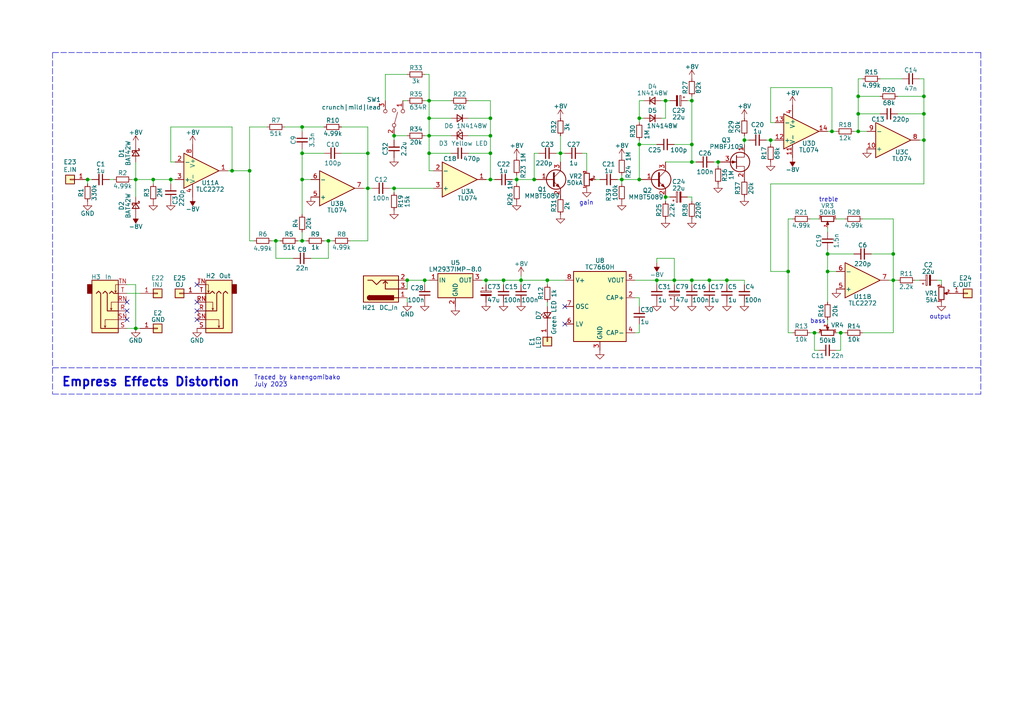
<source format=kicad_sch>
(kicad_sch (version 20230121) (generator eeschema)
  (paper "A4")
  (junction (at 200.66 41.91))
  (junction (at 248.92 33.02))
  (junction (at 193.04 29.21))
  (junction (at 243.84 96.52))
  (junction (at 193.04 57.15))
  (junction (at 154.94 52.07))
  (junction (at 124.46 34.29))
  (junction (at 236.22 96.52))
  (junction (at 87.63 44.45))
  (junction (at 162.56 44.45))
  (junction (at 124.46 39.37))
  (junction (at 267.97 40.64))
  (junction (at 190.5 81.28))
  (junction (at 124.46 29.21))
  (junction (at 210.82 81.28))
  (junction (at 80.01 69.85))
  (junction (at 240.03 78.74))
  (junction (at 240.03 73.66))
  (junction (at 248.92 27.94))
  (junction (at 142.24 34.29))
  (junction (at 228.6 78.74))
  (junction (at 123.19 81.28))
  (junction (at 200.66 29.21))
  (junction (at 151.13 81.28))
  (junction (at 195.58 81.28))
  (junction (at 267.97 33.02))
  (junction (at 124.46 44.45))
  (junction (at 106.68 44.45))
  (junction (at 87.63 52.07))
  (junction (at 241.3 38.1))
  (junction (at 67.31 49.53))
  (junction (at 185.42 34.29))
  (junction (at 142.24 44.45))
  (junction (at 259.08 73.66))
  (junction (at 39.37 95.25))
  (junction (at 158.75 81.28))
  (junction (at 215.9 40.64))
  (junction (at 267.97 27.94))
  (junction (at 142.24 52.07))
  (junction (at 118.11 81.28))
  (junction (at 200.66 46.99))
  (junction (at 49.53 52.07))
  (junction (at 114.3 39.37))
  (junction (at 95.25 69.85))
  (junction (at 149.86 52.07))
  (junction (at 200.66 81.28))
  (junction (at 140.97 81.28))
  (junction (at 223.52 40.64))
  (junction (at 72.39 49.53))
  (junction (at 185.42 52.07))
  (junction (at 114.3 54.61))
  (junction (at 142.24 39.37))
  (junction (at 208.28 46.99))
  (junction (at 146.05 81.28))
  (junction (at 87.63 69.85))
  (junction (at 44.45 52.07))
  (junction (at 25.4 52.07))
  (junction (at 259.08 81.28))
  (junction (at 180.34 52.07))
  (junction (at 39.37 52.07))
  (junction (at 248.92 38.1))
  (junction (at 87.63 36.83))
  (junction (at 205.74 81.28))
  (junction (at 185.42 41.91))
  (junction (at 106.68 54.61))
  (no_connect (at 36.83 90.17))
  (no_connect (at 36.83 92.71))
  (no_connect (at 36.83 87.63))
  (no_connect (at 163.83 93.98))
  (no_connect (at 57.15 87.63))
  (no_connect (at 57.15 90.17))
  (no_connect (at 163.83 88.9))
  (no_connect (at 57.15 82.55))
  (no_connect (at 57.15 92.71))
  (wire (pts (xy 158.75 81.28) (xy 158.75 82.55)))
  (wire (pts (xy 259.08 81.28) (xy 259.08 96.52)))
  (wire (pts (xy 148.59 52.07) (xy 149.86 52.07)))
  (wire (pts (xy 101.6 69.85) (xy 106.68 69.85)))
  (wire (pts (xy 191.77 34.29) (xy 193.04 34.29)))
  (wire (pts (xy 72.39 49.53) (xy 67.31 49.53)))
  (wire (pts (xy 248.92 33.02) (xy 255.27 33.02)))
  (wire (pts (xy 123.19 29.21) (xy 124.46 29.21)))
  (wire (pts (xy 257.81 81.28) (xy 259.08 81.28)))
  (wire (pts (xy 49.53 46.99) (xy 49.53 36.83)))
  (wire (pts (xy 39.37 52.07) (xy 44.45 52.07)))
  (wire (pts (xy 200.66 81.28) (xy 200.66 82.55)))
  (wire (pts (xy 36.83 85.09) (xy 40.64 85.09)))
  (wire (pts (xy 184.15 96.52) (xy 185.42 96.52)))
  (wire (pts (xy 142.24 52.07) (xy 143.51 52.07)))
  (wire (pts (xy 229.87 63.5) (xy 228.6 63.5)))
  (wire (pts (xy 195.58 41.91) (xy 200.66 41.91)))
  (wire (pts (xy 25.4 52.07) (xy 25.4 53.34)))
  (wire (pts (xy 82.55 36.83) (xy 87.63 36.83)))
  (wire (pts (xy 185.42 41.91) (xy 190.5 41.91)))
  (wire (pts (xy 124.46 39.37) (xy 124.46 44.45)))
  (wire (pts (xy 106.68 54.61) (xy 106.68 69.85)))
  (wire (pts (xy 248.92 22.86) (xy 248.92 27.94)))
  (wire (pts (xy 146.05 81.28) (xy 151.13 81.28)))
  (wire (pts (xy 228.6 78.74) (xy 228.6 96.52)))
  (wire (pts (xy 90.17 74.93) (xy 95.25 74.93)))
  (wire (pts (xy 250.19 96.52) (xy 259.08 96.52)))
  (wire (pts (xy 193.04 58.42) (xy 193.04 57.15)))
  (wire (pts (xy 185.42 29.21) (xy 185.42 34.29)))
  (wire (pts (xy 87.63 67.31) (xy 87.63 69.85)))
  (wire (pts (xy 106.68 54.61) (xy 105.41 54.61)))
  (wire (pts (xy 140.97 81.28) (xy 140.97 82.55)))
  (wire (pts (xy 140.97 81.28) (xy 146.05 81.28)))
  (wire (pts (xy 248.92 27.94) (xy 255.27 27.94)))
  (wire (pts (xy 44.45 52.07) (xy 49.53 52.07)))
  (wire (pts (xy 67.31 49.53) (xy 67.31 36.83)))
  (wire (pts (xy 154.94 44.45) (xy 154.94 52.07)))
  (wire (pts (xy 114.3 54.61) (xy 125.73 54.61)))
  (wire (pts (xy 260.35 27.94) (xy 267.97 27.94)))
  (wire (pts (xy 151.13 81.28) (xy 158.75 81.28)))
  (wire (pts (xy 142.24 39.37) (xy 142.24 44.45)))
  (wire (pts (xy 123.19 81.28) (xy 124.46 81.28)))
  (wire (pts (xy 125.73 49.53) (xy 124.46 49.53)))
  (wire (pts (xy 195.58 74.93) (xy 195.58 81.28)))
  (polyline (pts (xy 284.48 114.3) (xy 15.24 114.3)) (stroke (width 0) (type dash)))
  (wire (pts (xy 205.74 81.28) (xy 210.82 81.28)))
  (wire (pts (xy 149.86 52.07) (xy 154.94 52.07)))
  (wire (pts (xy 242.57 96.52) (xy 243.84 96.52)))
  (wire (pts (xy 86.36 69.85) (xy 87.63 69.85)))
  (wire (pts (xy 210.82 81.28) (xy 215.9 81.28)))
  (polyline (pts (xy 284.48 15.24) (xy 15.24 15.24)) (stroke (width 0) (type dash)))
  (wire (pts (xy 72.39 36.83) (xy 77.47 36.83)))
  (wire (pts (xy 215.9 81.28) (xy 215.9 82.55)))
  (wire (pts (xy 266.7 40.64) (xy 267.97 40.64)))
  (wire (pts (xy 161.29 44.45) (xy 162.56 44.45)))
  (wire (pts (xy 114.3 39.37) (xy 118.11 39.37)))
  (wire (pts (xy 39.37 95.25) (xy 40.64 95.25)))
  (wire (pts (xy 205.74 81.28) (xy 205.74 82.55)))
  (wire (pts (xy 223.52 53.34) (xy 267.97 53.34)))
  (wire (pts (xy 191.77 29.21) (xy 193.04 29.21)))
  (wire (pts (xy 95.25 69.85) (xy 96.52 69.85)))
  (wire (pts (xy 116.84 29.21) (xy 118.11 29.21)))
  (wire (pts (xy 118.11 87.63) (xy 118.11 86.36)))
  (wire (pts (xy 87.63 44.45) (xy 87.63 43.18)))
  (wire (pts (xy 39.37 46.99) (xy 39.37 52.07)))
  (wire (pts (xy 49.53 52.07) (xy 50.8 52.07)))
  (wire (pts (xy 80.01 69.85) (xy 80.01 74.93)))
  (wire (pts (xy 240.03 78.74) (xy 240.03 87.63)))
  (wire (pts (xy 190.5 74.93) (xy 195.58 74.93)))
  (wire (pts (xy 260.35 33.02) (xy 267.97 33.02)))
  (wire (pts (xy 243.84 96.52) (xy 245.11 96.52)))
  (wire (pts (xy 190.5 81.28) (xy 190.5 82.55)))
  (wire (pts (xy 242.57 63.5) (xy 245.11 63.5)))
  (wire (pts (xy 223.52 40.64) (xy 224.79 40.64)))
  (wire (pts (xy 72.39 49.53) (xy 72.39 69.85)))
  (wire (pts (xy 222.25 40.64) (xy 223.52 40.64)))
  (wire (pts (xy 248.92 27.94) (xy 248.92 33.02)))
  (wire (pts (xy 118.11 81.28) (xy 123.19 81.28)))
  (wire (pts (xy 179.07 52.07) (xy 180.34 52.07)))
  (wire (pts (xy 87.63 38.1) (xy 87.63 36.83)))
  (wire (pts (xy 99.06 36.83) (xy 106.68 36.83)))
  (wire (pts (xy 236.22 96.52) (xy 237.49 96.52)))
  (wire (pts (xy 267.97 27.94) (xy 267.97 33.02)))
  (wire (pts (xy 190.5 81.28) (xy 195.58 81.28)))
  (wire (pts (xy 170.18 44.45) (xy 170.18 49.53)))
  (wire (pts (xy 223.52 25.4) (xy 241.3 25.4)))
  (wire (pts (xy 156.21 44.45) (xy 154.94 44.45)))
  (wire (pts (xy 185.42 34.29) (xy 185.42 35.56)))
  (wire (pts (xy 135.89 34.29) (xy 142.24 34.29)))
  (wire (pts (xy 265.43 81.28) (xy 266.7 81.28)))
  (wire (pts (xy 72.39 49.53) (xy 72.39 36.83)))
  (wire (pts (xy 200.66 57.15) (xy 200.66 58.42)))
  (wire (pts (xy 248.92 38.1) (xy 247.65 38.1)))
  (wire (pts (xy 72.39 69.85) (xy 73.66 69.85)))
  (wire (pts (xy 106.68 36.83) (xy 106.68 44.45)))
  (wire (pts (xy 124.46 49.53) (xy 124.46 44.45)))
  (wire (pts (xy 223.52 78.74) (xy 228.6 78.74)))
  (wire (pts (xy 236.22 101.6) (xy 236.22 96.52)))
  (wire (pts (xy 162.56 39.37) (xy 162.56 44.45)))
  (wire (pts (xy 190.5 74.93) (xy 190.5 76.2)))
  (wire (pts (xy 114.3 39.37) (xy 114.3 40.64)))
  (wire (pts (xy 124.46 29.21) (xy 130.81 29.21)))
  (wire (pts (xy 248.92 22.86) (xy 250.19 22.86)))
  (wire (pts (xy 93.98 69.85) (xy 95.25 69.85)))
  (wire (pts (xy 215.9 39.37) (xy 215.9 40.64)))
  (wire (pts (xy 38.1 52.07) (xy 39.37 52.07)))
  (wire (pts (xy 200.66 81.28) (xy 205.74 81.28)))
  (wire (pts (xy 215.9 40.64) (xy 217.17 40.64)))
  (wire (pts (xy 223.52 40.64) (xy 223.52 41.91)))
  (polyline (pts (xy 284.48 106.68) (xy 15.24 106.68)) (stroke (width 0) (type dash)))
  (wire (pts (xy 267.97 22.86) (xy 267.97 27.94)))
  (wire (pts (xy 151.13 81.28) (xy 151.13 82.55)))
  (wire (pts (xy 250.19 63.5) (xy 259.08 63.5)))
  (wire (pts (xy 124.46 29.21) (xy 124.46 34.29)))
  (wire (pts (xy 87.63 52.07) (xy 87.63 62.23)))
  (wire (pts (xy 135.89 44.45) (xy 142.24 44.45)))
  (wire (pts (xy 199.39 57.15) (xy 200.66 57.15)))
  (wire (pts (xy 240.03 73.66) (xy 240.03 78.74)))
  (wire (pts (xy 44.45 52.07) (xy 44.45 53.34)))
  (wire (pts (xy 146.05 81.28) (xy 146.05 82.55)))
  (wire (pts (xy 87.63 44.45) (xy 93.98 44.45)))
  (wire (pts (xy 118.11 81.28) (xy 118.11 83.82)))
  (wire (pts (xy 123.19 82.55) (xy 123.19 81.28)))
  (wire (pts (xy 200.66 46.99) (xy 201.93 46.99)))
  (wire (pts (xy 243.84 96.52) (xy 243.84 101.6)))
  (wire (pts (xy 271.78 81.28) (xy 273.05 81.28)))
  (wire (pts (xy 193.04 34.29) (xy 193.04 29.21)))
  (wire (pts (xy 80.01 74.93) (xy 85.09 74.93)))
  (wire (pts (xy 78.74 69.85) (xy 80.01 69.85)))
  (wire (pts (xy 162.56 44.45) (xy 163.83 44.45)))
  (wire (pts (xy 228.6 96.52) (xy 229.87 96.52)))
  (wire (pts (xy 208.28 46.99) (xy 208.28 48.26)))
  (wire (pts (xy 237.49 101.6) (xy 236.22 101.6)))
  (wire (pts (xy 255.27 22.86) (xy 261.62 22.86)))
  (wire (pts (xy 266.7 22.86) (xy 267.97 22.86)))
  (wire (pts (xy 199.39 29.21) (xy 200.66 29.21)))
  (wire (pts (xy 123.19 39.37) (xy 124.46 39.37)))
  (wire (pts (xy 111.76 21.59) (xy 118.11 21.59)))
  (wire (pts (xy 99.06 44.45) (xy 106.68 44.45)))
  (wire (pts (xy 200.66 41.91) (xy 200.66 46.99)))
  (wire (pts (xy 180.34 50.8) (xy 180.34 52.07)))
  (wire (pts (xy 111.76 29.21) (xy 111.76 21.59)))
  (wire (pts (xy 135.89 29.21) (xy 142.24 29.21)))
  (wire (pts (xy 36.83 95.25) (xy 39.37 95.25)))
  (wire (pts (xy 267.97 33.02) (xy 267.97 40.64)))
  (wire (pts (xy 223.52 35.56) (xy 223.52 25.4)))
  (wire (pts (xy 87.63 52.07) (xy 90.17 52.07)))
  (wire (pts (xy 234.95 96.52) (xy 236.22 96.52)))
  (wire (pts (xy 240.03 66.04) (xy 240.03 67.31)))
  (wire (pts (xy 223.52 53.34) (xy 223.52 78.74)))
  (wire (pts (xy 95.25 69.85) (xy 95.25 74.93)))
  (wire (pts (xy 240.03 38.1) (xy 241.3 38.1)))
  (wire (pts (xy 142.24 34.29) (xy 142.24 39.37)))
  (wire (pts (xy 185.42 34.29) (xy 186.69 34.29)))
  (wire (pts (xy 185.42 86.36) (xy 185.42 88.9)))
  (wire (pts (xy 67.31 49.53) (xy 66.04 49.53)))
  (wire (pts (xy 151.13 80.01) (xy 151.13 81.28)))
  (wire (pts (xy 240.03 73.66) (xy 247.65 73.66)))
  (wire (pts (xy 149.86 50.8) (xy 149.86 52.07)))
  (wire (pts (xy 172.72 52.07) (xy 173.99 52.07)))
  (wire (pts (xy 193.04 57.15) (xy 194.31 57.15)))
  (wire (pts (xy 185.42 93.98) (xy 185.42 96.52)))
  (wire (pts (xy 87.63 36.83) (xy 93.98 36.83)))
  (wire (pts (xy 140.97 52.07) (xy 142.24 52.07)))
  (wire (pts (xy 49.53 36.83) (xy 67.31 36.83)))
  (wire (pts (xy 193.04 29.21) (xy 194.31 29.21)))
  (wire (pts (xy 168.91 44.45) (xy 170.18 44.45)))
  (wire (pts (xy 210.82 81.28) (xy 210.82 82.55)))
  (wire (pts (xy 113.03 54.61) (xy 114.3 54.61)))
  (wire (pts (xy 185.42 40.64) (xy 185.42 41.91)))
  (wire (pts (xy 139.7 81.28) (xy 140.97 81.28)))
  (wire (pts (xy 184.15 86.36) (xy 185.42 86.36)))
  (wire (pts (xy 259.08 73.66) (xy 259.08 63.5)))
  (wire (pts (xy 25.4 52.07) (xy 26.67 52.07)))
  (wire (pts (xy 142.24 44.45) (xy 142.24 52.07)))
  (wire (pts (xy 124.46 21.59) (xy 124.46 29.21)))
  (wire (pts (xy 87.63 52.07) (xy 87.63 44.45)))
  (wire (pts (xy 142.24 29.21) (xy 142.24 34.29)))
  (polyline (pts (xy 284.48 15.24) (xy 284.48 114.3)) (stroke (width 0) (type dash)))
  (polyline (pts (xy 15.24 15.24) (xy 15.24 114.3)) (stroke (width 0) (type dash)))
  (wire (pts (xy 31.75 52.07) (xy 33.02 52.07)))
  (wire (pts (xy 273.05 81.28) (xy 273.05 82.55)))
  (wire (pts (xy 124.46 39.37) (xy 130.81 39.37)))
  (wire (pts (xy 234.95 63.5) (xy 237.49 63.5)))
  (wire (pts (xy 123.19 21.59) (xy 124.46 21.59)))
  (wire (pts (xy 36.83 82.55) (xy 39.37 82.55)))
  (wire (pts (xy 228.6 63.5) (xy 228.6 78.74)))
  (wire (pts (xy 195.58 81.28) (xy 200.66 81.28)))
  (wire (pts (xy 180.34 52.07) (xy 180.34 53.34)))
  (wire (pts (xy 185.42 41.91) (xy 185.42 52.07)))
  (wire (pts (xy 124.46 44.45) (xy 130.81 44.45)))
  (wire (pts (xy 215.9 40.64) (xy 215.9 41.91)))
  (wire (pts (xy 158.75 87.63) (xy 158.75 88.9)))
  (wire (pts (xy 248.92 38.1) (xy 251.46 38.1)))
  (wire (pts (xy 242.57 101.6) (xy 243.84 101.6)))
  (wire (pts (xy 241.3 25.4) (xy 241.3 38.1)))
  (wire (pts (xy 124.46 34.29) (xy 130.81 34.29)))
  (wire (pts (xy 240.03 78.74) (xy 242.57 78.74)))
  (wire (pts (xy 240.03 92.71) (xy 240.03 93.98)))
  (wire (pts (xy 259.08 73.66) (xy 259.08 81.28)))
  (wire (pts (xy 158.75 81.28) (xy 163.83 81.28)))
  (wire (pts (xy 114.3 54.61) (xy 114.3 55.88)))
  (wire (pts (xy 200.66 27.94) (xy 200.66 29.21)))
  (wire (pts (xy 39.37 82.55) (xy 39.37 95.25)))
  (wire (pts (xy 180.34 52.07) (xy 185.42 52.07)))
  (wire (pts (xy 241.3 38.1) (xy 242.57 38.1)))
  (wire (pts (xy 106.68 54.61) (xy 107.95 54.61)))
  (wire (pts (xy 49.53 52.07) (xy 49.53 53.34)))
  (wire (pts (xy 240.03 72.39) (xy 240.03 73.66)))
  (wire (pts (xy 149.86 52.07) (xy 149.86 53.34)))
  (wire (pts (xy 162.56 44.45) (xy 162.56 46.99)))
  (wire (pts (xy 124.46 39.37) (xy 124.46 34.29)))
  (wire (pts (xy 195.58 81.28) (xy 195.58 82.55)))
  (wire (pts (xy 252.73 73.66) (xy 259.08 73.66)))
  (wire (pts (xy 224.79 35.56) (xy 223.52 35.56)))
  (wire (pts (xy 248.92 33.02) (xy 248.92 38.1)))
  (wire (pts (xy 80.01 69.85) (xy 81.28 69.85)))
  (wire (pts (xy 50.8 46.99) (xy 49.53 46.99)))
  (wire (pts (xy 106.68 44.45) (xy 106.68 54.61)))
  (wire (pts (xy 87.63 69.85) (xy 88.9 69.85)))
  (wire (pts (xy 207.01 46.99) (xy 208.28 46.99)))
  (wire (pts (xy 200.66 29.21) (xy 200.66 41.91)))
  (wire (pts (xy 135.89 39.37) (xy 142.24 39.37)))
  (wire (pts (xy 193.04 46.99) (xy 200.66 46.99)))
  (wire (pts (xy 267.97 40.64) (xy 267.97 53.34)))
  (wire (pts (xy 184.15 81.28) (xy 190.5 81.28)))
  (wire (pts (xy 259.08 81.28) (xy 260.35 81.28)))
  (wire (pts (xy 186.69 29.21) (xy 185.42 29.21)))
  (wire (pts (xy 39.37 52.07) (xy 39.37 57.15)))
  (text "gain" (at 167.9575 59.69 0) (effects (font (size 1.27 1.27)) (justify left bottom)))
  (text "Empress Effects Distortion" (at 17.78 112.395 0) (effects (font (size 2.54 2.54) (thickness 0.508) bold) (justify left bottom)))
  (text "Traced by kanengomibako\nJuly 2023" (at 73.66 112.395 0) (effects (font (size 1.27 1.27)) (justify left bottom)))
  (text "treble" (at 237.49 58.7375 0) (effects (font (size 1.27 1.27)) (justify left bottom)))
  (text "bass" (at 234.95 93.98 0) (effects (font (size 1.27 1.27)) (justify left bottom)))
  (text "output" (at 269.5575 92.71 0) (effects (font (size 1.27 1.27)) (justify left bottom)))
  (symbol (lib_id "Device:R_Small") (at 262.89 81.28 270) (unit 1)
    (property "Reference" "R11" (at 262.89 79.375 90))
    (property "Value" "2.2k" (at 262.89 83.185 90))
    (property "Footprint" "Resistor_SMD:R_0603_1608Metric" (effects hide))
  )
  (symbol (lib_id "Device:C_Small") (at 87.63 40.64 0) (unit 1)
    (property "Reference" "C9" (at 85.09 40.64 90))
    (property "Value" "3.3n" (at 90.4875 40.64 90))
    (property "Footprint" "Capacitor_SMD:C_0603_1608Metric" (effects hide))
  )
  (symbol (lib_id "power:GND") (at 151.13 87.63 0) (unit 1)
    (property "Reference" "#PWR022" (effects hide))
    (property "Value" "GND" (effects hide))
  )
  (symbol (lib_id "Connector_Generic:Conn_01x01") (at 45.72 85.09 0) (unit 1)
    (property "Reference" "E22" (at 43.815 80.645 0) (effects (justify left)))
    (property "Value" "INJ" (at 44.1325 82.55 0) (effects (justify left)))
    (property "Footprint" "myFoot:my_WirePad_0-8mmDrill" (effects hide))
  )
  (symbol (lib_id "Device:C_Small") (at 166.37 44.45 90) (unit 1)
    (property "Reference" "C27" (at 166.37 41.91 90))
    (property "Value" "1u" (at 166.37 47.3075 90))
    (property "Footprint" "Capacitor_SMD:C_0603_1608Metric" (effects hide))
  )
  (symbol (lib_id "Device:C_Small") (at 204.47 46.99 90) (unit 1)
    (property "Reference" "C26" (at 204.47 44.45 90))
    (property "Value" "100n" (at 204.47 49.8475 90))
    (property "Footprint" "Capacitor_SMD:C_0603_1608Metric" (effects hide))
  )
  (symbol (lib_id "Device:LED_Small") (at 158.75 91.44 90) (unit 1)
    (property "Reference" "D7" (at 156.21 91.44 0))
    (property "Value" "Green LED" (at 160.655 92.075 0))
    (property "Footprint" "LED_SMD:LED_1206_3216Metric" (effects hide))
  )
  (symbol (lib_id "Device:C_Small") (at 193.04 41.91 90) (unit 1)
    (property "Reference" "C25" (at 189.865 43.4975 90))
    (property "Value" "100p" (at 196.85 43.4975 90))
    (property "Footprint" "Capacitor_SMD:C_0603_1608Metric" (effects hide))
  )
  (symbol (lib_id "Device:R_Small") (at 158.75 85.09 180) (unit 1)
    (property "Reference" "R12" (at 156.845 85.09 90))
    (property "Value" "1k" (at 160.655 85.09 90))
    (property "Footprint" "Resistor_SMD:R_0603_1608Metric" (effects hide))
  )
  (symbol (lib_id "power:GND") (at 149.86 58.42 0) (unit 1)
    (property "Reference" "#PWR035" (effects hide))
    (property "Value" "GND" (effects hide))
  )
  (symbol (lib_id "power:-8V") (at 190.5 76.2 180) (unit 1)
    (property "Reference" "#PWR07" (effects hide))
    (property "Value" "-8V" (at 190.5 79.6925 0))
  )
  (symbol (lib_id "Device:R_Small") (at 245.11 38.1 270) (unit 1)
    (property "Reference" "R18" (at 245.11 36.195 90))
    (property "Value" "12k" (at 245.11 40.005 90))
    (property "Footprint" "Resistor_SMD:R_0603_1608Metric" (effects hide))
  )
  (symbol (lib_id "power:GND") (at 57.15 95.25 0) (unit 1)
    (property "Reference" "#PWR025" (effects hide))
    (property "Value" "GND" (at 57.15 98.7425 0))
  )
  (symbol (lib_id "Device:R_Small") (at 232.41 96.52 270) (unit 1)
    (property "Reference" "R13" (at 232.41 94.615 90))
    (property "Value" "10k" (at 232.41 98.425 90))
    (property "Footprint" "Resistor_SMD:R_0603_1608Metric" (effects hide))
  )
  (symbol (lib_id "Device:C_Small") (at 210.82 85.09 180) (unit 1)
    (property "Reference" "C5" (at 212.4075 83.185 0))
    (property "Value" "1u" (at 212.4075 86.995 0))
    (property "Footprint" "Capacitor_SMD:C_0603_1608Metric" (effects hide))
  )
  (symbol (lib_id "Device:C_Small") (at 146.05 52.07 90) (unit 1)
    (property "Reference" "C22" (at 146.05 47.625 90))
    (property "Value" "1u" (at 146.05 49.53 90))
    (property "Footprint" "Capacitor_SMD:C_0603_1608Metric" (effects hide))
  )
  (symbol (lib_id "Device:R_Small") (at 80.01 36.83 270) (unit 1)
    (property "Reference" "R7" (at 80.01 34.925 90))
    (property "Value" "51k" (at 80.01 38.735 90))
    (property "Footprint" "Resistor_SMD:R_0603_1608Metric" (effects hide))
  )
  (symbol (lib_id "Device:Q_NPN_BEC") (at 160.02 52.07 0) (unit 1)
    (property "Reference" "Q1" (at 155.8925 54.9275 0) (effects (justify left)))
    (property "Value" "MMBT5089" (at 152.0825 56.8325 0) (effects (justify left)))
    (property "Footprint" "Package_TO_SOT_SMD:SOT-23" (effects hide))
  )
  (symbol (lib_id "Device:R_Small") (at 185.42 38.1 0) (unit 1)
    (property "Reference" "R30" (at 183.515 38.1 90))
    (property "Value" "1M" (at 187.6425 39.0525 90))
    (property "Footprint" "Resistor_SMD:R_0603_1608Metric" (effects hide))
  )
  (symbol (lib_id "Device:R_Small") (at 252.73 22.86 270) (unit 1)
    (property "Reference" "R15" (at 252.73 20.955 90))
    (property "Value" "4.99k" (at 252.73 24.765 90))
    (property "Footprint" "Resistor_SMD:R_0603_1608Metric" (effects hide))
  )
  (symbol (lib_id "power:GND") (at 200.66 63.5 0) (unit 1)
    (property "Reference" "#PWR044" (effects hide))
    (property "Value" "GND" (effects hide))
  )
  (symbol (lib_id "power:GND") (at 90.17 57.15 0) (unit 1)
    (property "Reference" "#PWR032" (effects hide))
    (property "Value" "GND" (effects hide))
  )
  (symbol (lib_id "Device:R_Potentiometer_Small") (at 170.18 52.07 0) (mirror x) (unit 1)
    (property "Reference" "VR2" (at 167.005 51.1175 0))
    (property "Value" "50kA" (at 166.6875 53.0225 0))
    (property "Footprint" "Connector_PinHeader_2.54mm:PinHeader_1x03_P2.54mm_Vertical" (effects hide))
  )
  (symbol (lib_id "Amplifier_Operational:TL074") (at 97.79 54.61 0) (mirror x) (unit 2)
    (property "Reference" "U3" (at 97.79 59.055 0))
    (property "Value" "TL074" (at 97.79 60.96 0))
    (property "Footprint" "Package_SO:SOIC-14_3.9x8.7mm_P1.27mm" (effects hide))
    (property "Datasheet" "http://www.ti.com/lit/ds/symlink/tl071.pdf" (effects hide))
  )
  (symbol (lib_id "power:GND") (at 210.82 87.63 0) (unit 1)
    (property "Reference" "#PWR019" (effects hide))
    (property "Value" "GND" (effects hide))
  )
  (symbol (lib_id "Regulator_Linear:L7805") (at 132.08 81.28 0) (unit 1)
    (property "Reference" "U5" (at 132.08 76.2 0))
    (property "Value" "LM2937IMP-8.0" (at 132.08 78.105 0))
    (property "Footprint" "Package_TO_SOT_SMD:SOT-223-3_TabPin2" (effects hide))
    (property "Datasheet" "http://www.st.com/content/ccc/resource/technical/document/datasheet/41/4f/b3/b0/12/d4/47/88/CD00000444.pdf/files/CD00000444.pdf/jcr:content/translations/en.CD00000444.pdf" (effects hide))
  )
  (symbol (lib_id "Device:R_Small") (at 149.86 55.88 0) (unit 1)
    (property "Reference" "R26" (at 147.955 57.785 90))
    (property "Value" "1M" (at 147.955 53.6575 90))
    (property "Footprint" "Resistor_SMD:R_0603_1608Metric" (effects hide))
  )
  (symbol (lib_id "power:GND") (at 123.19 87.63 0) (unit 1)
    (property "Reference" "#PWR02" (effects hide))
    (property "Value" "GND" (effects hide))
  )
  (symbol (lib_id "Device:R_Small") (at 96.52 36.83 90) (unit 1)
    (property "Reference" "R10" (at 96.52 34.925 90))
    (property "Value" "4.99k" (at 96.52 38.735 90))
    (property "Footprint" "Resistor_SMD:R_0603_1608Metric" (effects hide))
  )
  (symbol (lib_id "Device:R_Small") (at 91.44 69.85 90) (unit 1)
    (property "Reference" "R9" (at 91.44 67.945 90))
    (property "Value" "1k" (at 91.44 71.755 90))
    (property "Footprint" "Resistor_SMD:R_0603_1608Metric" (effects hide))
  )
  (symbol (lib_id "power:GND") (at 114.3 45.72 0) (unit 1)
    (property "Reference" "#PWR034" (effects hide))
    (property "Value" "GND" (effects hide))
  )
  (symbol (lib_id "Device:R_Small") (at 180.34 48.26 0) (unit 1)
    (property "Reference" "R24" (at 182.245 49.8475 90))
    (property "Value" "1M" (at 182.245 45.4025 90))
    (property "Footprint" "Resistor_SMD:R_0603_1608Metric" (effects hide))
  )
  (symbol (lib_id "power:GND") (at 205.74 87.63 0) (unit 1)
    (property "Reference" "#PWR014" (effects hide))
    (property "Value" "GND" (effects hide))
  )
  (symbol (lib_id "power:GND") (at 173.99 101.6 0) (unit 1)
    (property "Reference" "#PWR010" (effects hide))
    (property "Value" "GND" (effects hide))
  )
  (symbol (lib_id "power:GND") (at 242.57 83.82 0) (unit 1)
    (property "Reference" "#PWR050" (effects hide))
    (property "Value" "GND" (effects hide))
  )
  (symbol (lib_id "power:+8V") (at 39.37 41.91 0) (unit 1)
    (property "Reference" "#PWR030" (effects hide))
    (property "Value" "+8V" (at 39.37 38.4175 0))
  )
  (symbol (lib_id "Connector_Audio:AudioJack3_Switch") (at 31.75 90.17 0) (mirror x) (unit 1)
    (property "Reference" "H3" (at 29.21 80.3275 0) (effects (justify right)))
    (property "Value" "In" (at 32.385 80.3275 0) (effects (justify right)))
    (property "Footprint" "Connector_Audio:Jack_6.35mm_Neutrik_NMJ6HCD3_Horizontal" (effects hide))
  )
  (symbol (lib_id "Device:R_Small") (at 87.63 64.77 0) (unit 1)
    (property "Reference" "R4" (at 85.725 64.77 90))
    (property "Value" "20k" (at 89.535 64.77 90))
    (property "Footprint" "Resistor_SMD:R_0603_1608Metric" (effects hide))
  )
  (symbol (lib_id "Connector_Generic:Conn_01x01") (at 158.75 99.06 270) (unit 1)
    (property "Reference" "E1" (at 154.305 97.79 0) (effects (justify left)))
    (property "Value" "LED" (at 156.21 97.4725 0) (effects (justify left)))
    (property "Footprint" "myFoot:my_WirePad_0-8mmDrill" (effects hide))
  )
  (symbol (lib_id "Amplifier_Operational:TL072") (at 250.19 81.28 0) (mirror x) (unit 2)
    (property "Reference" "U11" (at 250.19 86.0425 0))
    (property "Value" "TLC2272" (at 250.19 87.9475 0))
    (property "Footprint" "Package_SO:SOIC-8_3.9x4.9mm_P1.27mm" (effects hide))
    (property "Datasheet" "http://www.ti.com/lit/ds/symlink/tl071.pdf" (effects hide))
  )
  (symbol (lib_id "Device:R_Small") (at 35.56 52.07 270) (unit 1)
    (property "Reference" "R2" (at 35.56 50.165 90))
    (property "Value" "4.99k" (at 35.56 53.975 90))
    (property "Footprint" "Resistor_SMD:R_0603_1608Metric" (effects hide))
  )
  (symbol (lib_id "Device:R_Potentiometer_Small") (at 240.03 96.52 270) (mirror x) (unit 1)
    (property "Reference" "VR4" (at 242.8875 94.2975 90))
    (property "Value" "50kB" (at 240.03 98.7425 90))
    (property "Footprint" "Connector_PinHeader_2.54mm:PinHeader_1x03_P2.54mm_Vertical" (effects hide))
  )
  (symbol (lib_id "Device:C_Small") (at 240.03 69.85 0) (unit 1)
    (property "Reference" "C19" (at 237.49 69.85 90))
    (property "Value" "1.5n" (at 242.57 69.85 90))
    (property "Footprint" "Capacitor_SMD:C_0603_1608Metric" (effects hide))
  )
  (symbol (lib_id "power:-8V") (at 39.37 62.23 180) (unit 1)
    (property "Reference" "#PWR031" (effects hide))
    (property "Value" "-8V" (at 39.37 65.7225 0))
  )
  (symbol (lib_id "Device:R_Small") (at 120.65 21.59 270) (unit 1)
    (property "Reference" "R33" (at 120.65 19.685 90))
    (property "Value" "3k" (at 120.65 23.495 90))
    (property "Footprint" "Resistor_SMD:R_0603_1608Metric" (effects hide))
  )
  (symbol (lib_id "Device:R_Small") (at 99.06 69.85 270) (unit 1)
    (property "Reference" "R8" (at 99.06 67.945 90))
    (property "Value" "4.99k" (at 99.06 71.755 90))
    (property "Footprint" "Resistor_SMD:R_0603_1608Metric" (effects hide))
  )
  (symbol (lib_id "Amplifier_Operational:TL072") (at 58.42 49.53 0) (mirror x) (unit 1)
    (property "Reference" "U11" (at 60.96 53.0225 0))
    (property "Value" "TLC2272" (at 60.96 54.9275 0))
    (property "Footprint" "Package_SO:SOIC-8_3.9x4.9mm_P1.27mm" (effects hide))
    (property "Datasheet" "http://www.ti.com/lit/ds/symlink/tl071.pdf" (effects hide))
  )
  (symbol (lib_id "Device:R_Small") (at 133.35 29.21 270) (unit 1)
    (property "Reference" "R22" (at 133.35 27.305 90))
    (property "Value" "20k" (at 133.35 31.115 90))
    (property "Footprint" "Resistor_SMD:R_0603_1608Metric" (effects hide))
  )
  (symbol (lib_id "power:GND") (at 140.97 87.63 0) (unit 1)
    (property "Reference" "#PWR08" (effects hide))
    (property "Value" "GND" (effects hide))
  )
  (symbol (lib_id "Device:C_Small") (at 151.13 85.09 180) (unit 1)
    (property "Reference" "C7" (at 152.7175 83.185 0))
    (property "Value" "100n" (at 153.67 86.995 0))
    (property "Footprint" "Capacitor_SMD:C_0603_1608Metric" (effects hide))
  )
  (symbol (lib_id "power:GND") (at 146.05 87.63 0) (unit 1)
    (property "Reference" "#PWR021" (effects hide))
    (property "Value" "GND" (effects hide))
  )
  (symbol (lib_id "power:GND") (at 273.05 87.63 0) (unit 1)
    (property "Reference" "#PWR051" (effects hide))
    (property "Value" "GND" (effects hide))
  )
  (symbol (lib_id "Device:C_Polarized_Small") (at 140.97 85.09 0) (unit 1)
    (property "Reference" "C73" (at 141.2875 83.185 0) (effects (justify left)))
    (property "Value" "47u" (at 141.2875 86.995 0) (effects (justify left)))
    (property "Footprint" "Capacitor_Tantalum_SMD:CP_EIA-6032-15_Kemet-U" (effects hide))
  )
  (symbol (lib_id "power:-8V") (at 229.87 45.72 180) (unit 1)
    (property "Reference" "#PWR018" (effects hide))
    (property "Value" "-8V" (at 229.87 49.2125 0))
  )
  (symbol (lib_id "power:+8V") (at 149.86 45.72 0) (unit 1)
    (property "Reference" "#PWR036" (effects hide))
    (property "Value" "+8V" (at 149.86 42.2275 0))
  )
  (symbol (lib_id "Regulator_SwitchedCapacitor:ICL7660") (at 173.99 88.9 0) (unit 1)
    (property "Reference" "U8" (at 173.99 75.565 0))
    (property "Value" "TC7660H" (at 173.99 77.47 0))
    (property "Footprint" "Package_SO:SOIC-8_3.9x4.9mm_P1.27mm" (effects hide))
    (property "Datasheet" "http://datasheets.maximintegrated.com/en/ds/ICL7660-MAX1044.pdf" (effects hide))
  )
  (symbol (lib_id "Device:R_Small") (at 162.56 36.83 0) (unit 1)
    (property "Reference" "R32" (at 160.655 36.83 90))
    (property "Value" "3k" (at 164.465 36.83 90))
    (property "Footprint" "Resistor_SMD:R_0603_1608Metric" (effects hide))
  )
  (symbol (lib_id "power:GND") (at 200.66 87.63 0) (unit 1)
    (property "Reference" "#PWR013" (effects hide))
    (property "Value" "GND" (effects hide))
  )
  (symbol (lib_id "Device:D_Small") (at 189.23 34.29 180) (unit 1)
    (property "Reference" "D5" (at 189.23 32.0675 0))
    (property "Value" "1N4148W" (at 192.0875 36.5125 0))
    (property "Footprint" "Diode_SMD:D_SOD-123" (effects hide))
  )
  (symbol (lib_id "power:GND") (at 170.18 54.61 0) (unit 1)
    (property "Reference" "#PWR039" (effects hide))
    (property "Value" "GND" (effects hide))
  )
  (symbol (lib_id "power:GND") (at 39.37 95.25 0) (unit 1)
    (property "Reference" "#PWR024" (effects hide))
    (property "Value" "GND" (at 39.37 98.7425 0))
  )
  (symbol (lib_id "power:-8V") (at 55.88 57.15 180) (unit 1)
    (property "Reference" "#PWR017" (effects hide))
    (property "Value" "-8V" (at 55.88 60.6425 0))
  )
  (symbol (lib_id "Device:C_Small") (at 146.05 85.09 180) (unit 1)
    (property "Reference" "C15" (at 148.2725 83.185 0))
    (property "Value" "100n" (at 148.59 86.995 0))
    (property "Footprint" "Capacitor_SMD:C_0603_1608Metric" (effects hide))
  )
  (symbol (lib_id "power:+8V") (at 215.9 34.29 0) (unit 1)
    (property "Reference" "#PWR047" (effects hide))
    (property "Value" "+8V" (at 215.9 30.7975 0))
  )
  (symbol (lib_id "power:GND") (at 162.56 62.23 0) (unit 1)
    (property "Reference" "#PWR038" (effects hide))
    (property "Value" "GND" (effects hide))
  )
  (symbol (lib_id "power:GND") (at 215.9 87.63 0) (unit 1)
    (property "Reference" "#PWR020" (effects hide))
    (property "Value" "GND" (effects hide))
  )
  (symbol (lib_id "power:+8V") (at 200.66 22.86 0) (unit 1)
    (property "Reference" "#PWR043" (effects hide))
    (property "Value" "+8V" (at 200.66 19.3675 0))
  )
  (symbol (lib_id "Device:C_Polarized_Small") (at 196.85 57.15 90) (unit 1)
    (property "Reference" "C24" (at 196.85 52.705 90))
    (property "Value" "22u" (at 196.85 54.61 90))
    (property "Footprint" "Capacitor_SMD:CP_Elec_5x4.5" (effects hide))
  )
  (symbol (lib_id "Device:R_Small") (at 149.86 48.26 0) (unit 1)
    (property "Reference" "R23" (at 151.765 49.8475 90))
    (property "Value" "1M" (at 151.765 45.72 90))
    (property "Footprint" "Resistor_SMD:R_0603_1608Metric" (effects hide))
  )
  (symbol (lib_id "Device:C_Small") (at 200.66 85.09 180) (unit 1)
    (property "Reference" "C16" (at 202.8825 83.185 0))
    (property "Value" "100n" (at 203.2 86.995 0))
    (property "Footprint" "Capacitor_SMD:C_0603_1608Metric" (effects hide))
  )
  (symbol (lib_id "Device:C_Small") (at 205.74 85.09 180) (unit 1)
    (property "Reference" "C17" (at 207.9625 83.185 0))
    (property "Value" "1u" (at 207.3275 86.995 0))
    (property "Footprint" "Capacitor_SMD:C_0603_1608Metric" (effects hide))
  )
  (symbol (lib_id "power:+8V") (at 180.34 45.72 0) (unit 1)
    (property "Reference" "#PWR041" (effects hide))
    (property "Value" "+8V" (at 180.34 42.2275 0))
  )
  (symbol (lib_id "power:GND") (at 44.45 58.42 0) (unit 1)
    (property "Reference" "#PWR028" (effects hide))
    (property "Value" "GND" (effects hide))
  )
  (symbol (lib_id "Connector_Generic:Conn_01x01") (at 280.67 85.09 0) (unit 1)
    (property "Reference" "E24" (at 278.13 80.645 0) (effects (justify left)))
    (property "Value" "E.OUT" (at 276.225 82.55 0) (effects (justify left)))
    (property "Footprint" "myFoot:my_WirePad_0-8mmDrill" (effects hide))
  )
  (symbol (lib_id "Device:R_Small") (at 247.65 63.5 270) (unit 1)
    (property "Reference" "R28" (at 247.65 61.595 90))
    (property "Value" "4.99k" (at 247.65 65.405 90))
    (property "Footprint" "Resistor_SMD:R_0603_1608Metric" (effects hide))
  )
  (symbol (lib_id "Device:R_Small") (at 232.41 63.5 270) (unit 1)
    (property "Reference" "R21" (at 232.41 61.595 90))
    (property "Value" "4.99k" (at 232.41 65.405 90))
    (property "Footprint" "Resistor_SMD:R_0603_1608Metric" (effects hide))
  )
  (symbol (lib_id "Device:C_Small") (at 257.81 33.02 90) (unit 1)
    (property "Reference" "C13" (at 254.635 34.6075 90))
    (property "Value" "220p" (at 261.3025 34.6075 90))
    (property "Footprint" "Capacitor_SMD:C_0603_1608Metric" (effects hide))
  )
  (symbol (lib_id "Device:C_Small") (at 176.53 52.07 90) (unit 1)
    (property "Reference" "C21" (at 176.53 47.625 90))
    (property "Value" "1u" (at 176.53 49.53 90))
    (property "Footprint" "Capacitor_SMD:C_0603_1608Metric" (effects hide))
  )
  (symbol (lib_id "Device:C_Polarized_Small") (at 269.24 81.28 90) (unit 1)
    (property "Reference" "C2" (at 269.24 76.835 90))
    (property "Value" "22u" (at 269.24 78.74 90))
    (property "Footprint" "Capacitor_SMD:CP_Elec_5x4.5" (effects hide))
  )
  (symbol (lib_id "Device:Q_NPN_BEC") (at 190.5 52.07 0) (unit 1)
    (property "Reference" "Q2" (at 186.3725 55.245 0) (effects (justify left)))
    (property "Value" "MMBT5089" (at 182.245 57.15 0) (effects (justify left)))
    (property "Footprint" "Package_TO_SOT_SMD:SOT-23" (effects hide))
  )
  (symbol (lib_id "power:GND") (at 251.46 43.18 0) (unit 1)
    (property "Reference" "#PWR049" (effects hide))
    (property "Value" "GND" (effects hide))
  )
  (symbol (lib_id "Device:LED_Small") (at 133.35 39.37 0) (unit 1)
    (property "Reference" "D3" (at 128.5875 41.5925 0))
    (property "Value" "Yellow LED" (at 136.2075 41.5925 0))
    (property "Footprint" "LED_SMD:LED_1206_3216Metric" (effects hide))
  )
  (symbol (lib_id "power:GND") (at 190.5 87.63 0) (unit 1)
    (property "Reference" "#PWR011" (effects hide))
    (property "Value" "GND" (effects hide))
  )
  (symbol (lib_id "Device:R_Small") (at 215.9 36.83 0) (unit 1)
    (property "Reference" "R29" (at 212.09 36.83 90))
    (property "Value" "20k" (at 213.995 36.83 90))
    (property "Footprint" "Resistor_SMD:R_0603_1608Metric" (effects hide))
  )
  (symbol (lib_id "Device:D_Schottky_Small") (at 39.37 44.45 270) (unit 1)
    (property "Reference" "D1" (at 35.2425 44.45 0))
    (property "Value" "BAT42W" (at 37.1475 44.45 0))
    (property "Footprint" "Diode_SMD:D_SOD-123" (effects hide))
  )
  (symbol (lib_id "Device:R_Small") (at 200.66 25.4 0) (unit 1)
    (property "Reference" "R27" (at 198.755 25.4 90))
    (property "Value" "82k" (at 202.565 25.4 90))
    (property "Footprint" "Resistor_SMD:R_0603_1608Metric" (effects hide))
  )
  (symbol (lib_id "Device:D_Small") (at 133.35 34.29 180) (unit 1)
    (property "Reference" "D6" (at 130.175 36.5125 0))
    (property "Value" "1N4148W" (at 136.8425 36.5125 0))
    (property "Footprint" "Diode_SMD:D_SOD-123" (effects hide))
  )
  (symbol (lib_id "Device:R_Small") (at 208.28 50.8 0) (unit 1)
    (property "Reference" "R36" (at 210.185 50.8 90))
    (property "Value" "1M" (at 212.09 50.8 90))
    (property "Footprint" "Resistor_SMD:R_0603_1608Metric" (effects hide))
  )
  (symbol (lib_id "Device:R_Small") (at 200.66 60.96 0) (unit 1)
    (property "Reference" "R38" (at 198.755 60.96 90))
    (property "Value" "220R" (at 202.565 60.96 90))
    (property "Footprint" "Resistor_SMD:R_0603_1608Metric" (effects hide))
  )
  (symbol (lib_id "power:+8V") (at 55.88 41.91 0) (unit 1)
    (property "Reference" "#PWR015" (effects hide))
    (property "Value" "+8V" (at 55.88 38.4175 0))
  )
  (symbol (lib_id "power:+8V") (at 151.13 80.01 0) (unit 1)
    (property "Reference" "#PWR06" (effects hide))
    (property "Value" "+8V" (at 151.13 76.5175 0))
  )
  (symbol (lib_id "Device:R_Small") (at 247.65 96.52 270) (unit 1)
    (property "Reference" "R14" (at 247.65 94.615 90))
    (property "Value" "10k" (at 247.65 98.425 90))
    (property "Footprint" "Resistor_SMD:R_0603_1608Metric" (effects hide))
  )
  (symbol (lib_id "power:GND") (at 208.28 53.34 0) (unit 1)
    (property "Reference" "#PWR045" (effects hide))
    (property "Value" "GND" (effects hide))
  )
  (symbol (lib_id "power:GND") (at 49.53 58.42 0) (unit 1)
    (property "Reference" "#PWR029" (effects hide))
    (property "Value" "GND" (effects hide))
  )
  (symbol (lib_id "Device:R_Small") (at 257.81 27.94 270) (unit 1)
    (property "Reference" "R20" (at 257.81 26.035 90))
    (property "Value" "68k" (at 257.81 29.845 90))
    (property "Footprint" "Resistor_SMD:R_0603_1608Metric" (effects hide))
  )
  (symbol (lib_id "Device:C_Polarized_Small") (at 196.85 29.21 270) (unit 1)
    (property "Reference" "C29" (at 196.85 32.0675 90))
    (property "Value" "22u" (at 196.85 33.9725 90))
    (property "Footprint" "Capacitor_SMD:CP_Elec_5x4.5" (effects hide))
  )
  (symbol (lib_id "power:GND") (at 195.58 87.63 0) (unit 1)
    (property "Reference" "#PWR012" (effects hide))
    (property "Value" "GND" (effects hide))
  )
  (symbol (lib_id "power:GND") (at 114.3 60.96 0) (unit 1)
    (property "Reference" "#PWR033" (effects hide))
    (property "Value" "GND" (effects hide))
  )
  (symbol (lib_id "Connector_Generic:Conn_01x01") (at 20.32 52.07 180) (unit 1)
    (property "Reference" "E23" (at 20.32 46.99 0))
    (property "Value" "E.IN" (at 20.32 49.2125 0))
    (property "Footprint" "myFoot:my_WirePad_0-8mmDrill" (effects hide))
  )
  (symbol (lib_id "Device:R_Small") (at 240.03 90.17 180) (unit 1)
    (property "Reference" "R16" (at 238.125 90.17 90))
    (property "Value" "20k" (at 242.2525 90.17 90))
    (property "Footprint" "Resistor_SMD:R_0603_1608Metric" (effects hide))
  )
  (symbol (lib_id "Device:C_Small") (at 114.3 43.18 180) (unit 1)
    (property "Reference" "C32" (at 111.76 43.18 90))
    (property "Value" "2.2u" (at 117.1575 43.18 90))
    (property "Footprint" "Capacitor_SMD:C_0603_1608Metric" (effects hide))
  )
  (symbol (lib_id "power:GND") (at 223.52 46.99 0) (unit 1)
    (property "Reference" "#PWR048" (effects hide))
    (property "Value" "GND" (effects hide))
  )
  (symbol (lib_id "power:GND") (at 25.4 58.42 0) (unit 1)
    (property "Reference" "#PWR04" (effects hide))
    (property "Value" "GND" (at 25.4 61.9125 0))
  )
  (symbol (lib_id "Device:C_Small") (at 219.71 40.64 90) (unit 1)
    (property "Reference" "C20" (at 219.71 36.195 90))
    (property "Value" "1u" (at 219.71 38.1 90))
    (property "Footprint" "Capacitor_SMD:C_0603_1608Metric" (effects hide))
  )
  (symbol (lib_id "Device:R_Small") (at 120.65 39.37 270) (unit 1)
    (property "Reference" "R34" (at 120.65 37.465 90))
    (property "Value" "20k" (at 120.65 41.275 90))
    (property "Footprint" "Resistor_SMD:R_0603_1608Metric" (effects hide))
  )
  (symbol (lib_id "Connector_Generic:Conn_01x01") (at 45.72 95.25 0) (unit 1)
    (property "Reference" "E2" (at 44.45 90.805 0) (effects (justify left)))
    (property "Value" "GND" (at 43.815 92.71 0) (effects (justify left)))
    (property "Footprint" "myFoot:my_WirePad_0-8mmDrill" (effects hide))
  )
  (symbol (lib_id "Device:C_Small") (at 49.53 55.88 180) (unit 1)
    (property "Reference" "C3" (at 50.8 58.1025 90))
    (property "Value" "220p" (at 52.705 57.4675 90))
    (property "Footprint" "Capacitor_SMD:C_0603_1608Metric" (effects hide))
  )
  (symbol (lib_id "Device:R_Small") (at 180.34 55.88 0) (unit 1)
    (property "Reference" "R39" (at 176.53 56.515 90))
    (property "Value" "100k" (at 178.435 55.88 90))
    (property "Footprint" "Resistor_SMD:R_0603_1608Metric" (effects hide))
  )
  (symbol (lib_id "Amplifier_Operational:TL074") (at 259.08 40.64 0) (mirror x) (unit 3)
    (property "Reference" "U3" (at 261.62 44.1325 0))
    (property "Value" "TL074" (at 261.62 46.0375 0))
    (property "Footprint" "Package_SO:SOIC-14_3.9x8.7mm_P1.27mm" (effects hide))
    (property "Datasheet" "http://www.ti.com/lit/ds/symlink/tl071.pdf" (effects hide))
  )
  (symbol (lib_id "Device:R_Potentiometer_Small") (at 273.05 85.09 0) (mirror x) (unit 1)
    (property "Reference" "VR1" (at 270.1925 85.09 0))
    (property "Value" "5kA" (at 270.1925 86.995 0))
    (property "Footprint" "Connector_PinHeader_2.54mm:PinHeader_1x03_P2.54mm_Vertical" (effects hide))
  )
  (symbol (lib_id "power:GND") (at 215.9 57.15 0) (unit 1)
    (property "Reference" "#PWR046" (effects hide))
    (property "Value" "GND" (effects hide))
  )
  (symbol (lib_id "power:GND") (at 193.04 63.5 0) (unit 1)
    (property "Reference" "#PWR042" (effects hide))
    (property "Value" "GND" (effects hide))
  )
  (symbol (lib_id "Device:R_Small") (at 223.52 44.45 0) (unit 1)
    (property "Reference" "R17" (at 221.615 44.45 90))
    (property "Value" "68k" (at 225.425 44.45 90))
    (property "Footprint" "Resistor_SMD:R_0603_1608Metric" (effects hide))
  )
  (symbol (lib_id "power:GND") (at 132.08 88.9 0) (unit 1)
    (property "Reference" "#PWR01" (effects hide))
    (property "Value" "GND" (effects hide))
  )
  (symbol (lib_id "Device:C_Small") (at 264.16 22.86 270) (unit 1)
    (property "Reference" "C14" (at 264.16 20.32 90))
    (property "Value" "47n" (at 264.16 25.7175 90))
    (property "Footprint" "Capacitor_SMD:C_0603_1608Metric" (effects hide))
  )
  (symbol (lib_id "Connector_Generic:Conn_01x01") (at 52.07 85.09 180) (unit 1)
    (property "Reference" "E25" (at 52.07 80.645 0))
    (property "Value" "OJ" (at 52.07 82.55 0))
    (property "Footprint" "myFoot:my_WirePad_0-8mmDrill" (effects hide))
  )
  (symbol (lib_id "Device:C_Small") (at 96.52 44.45 90) (unit 1)
    (property "Reference" "C10" (at 96.52 41.91 90))
    (property "Value" "100p" (at 96.52 47.3075 90))
    (property "Footprint" "Capacitor_SMD:C_0603_1608Metric" (effects hide))
  )
  (symbol (lib_id "Switch:SW_SPDT_MSM") (at 114.3 34.29 270) (mirror x) (unit 1)
    (property "Reference" "SW1" (at 110.49 28.8925 90) (effects (justify right)))
    (property "Value" "crunch|mild|lead" (at 110.49 31.115 90) (effects (justify right)))
    (property "Footprint" "Connector_PinHeader_2.54mm:PinHeader_1x03_P2.54mm_Vertical" (effects hide))
  )
  (symbol (lib_id "Device:C_Small") (at 158.75 44.45 90) (unit 1)
    (property "Reference" "C23" (at 158.75 41.91 90))
    (property "Value" "220p" (at 157.7975 47.3075 90))
    (property "Footprint" "Capacitor_SMD:C_0603_1608Metric" (effects hide))
  )
  (symbol (lib_id "Device:C_Small") (at 190.5 85.09 180) (unit 1)
    (property "Reference" "C31" (at 192.7225 83.185 0))
    (property "Value" "1u" (at 192.0875 86.995 0))
    (property "Footprint" "Capacitor_SMD:C_0603_1608Metric" (effects hide))
  )
  (symbol (lib_id "Device:R_Small") (at 44.45 55.88 0) (unit 1)
    (property "Reference" "R3" (at 42.545 55.88 90))
    (property "Value" "2M" (at 46.355 55.88 90))
    (property "Footprint" "Resistor_SMD:R_0603_1608Metric" (effects hide))
  )
  (symbol (lib_id "Device:C_Small") (at 215.9 85.09 180) (unit 1)
    (property "Reference" "C4" (at 217.4875 83.185 0))
    (property "Value" "100n" (at 218.44 86.995 0))
    (property "Footprint" "Capacitor_SMD:C_0603_1608Metric" (effects hide))
  )
  (symbol (lib_id "power:GND") (at 180.34 58.42 0) (unit 1)
    (property "Reference" "#PWR040" (effects hide))
    (property "Value" "GND" (effects hide))
  )
  (symbol (lib_id "Device:R_Small") (at 120.65 29.21 270) (unit 1)
    (property "Reference" "R35" (at 120.65 27.305 90))
    (property "Value" "634R" (at 121.285 31.115 90))
    (property "Footprint" "Resistor_SMD:R_0603_1608Metric" (effects hide))
  )
  (symbol (lib_id "Device:C_Small") (at 133.35 44.45 90) (unit 1)
    (property "Reference" "C18" (at 130.4925 46.0375 90))
    (property "Value" "470p" (at 134.3025 46.0375 90) (effects (justify right)))
    (property "Footprint" "Capacitor_SMD:C_0603_1608Metric" (effects hide))
  )
  (symbol (lib_id "Device:C_Small") (at 240.03 101.6 90) (unit 1)
    (property "Reference" "C11" (at 237.1725 103.1875 90))
    (property "Value" "22n" (at 242.8875 103.1875 90))
    (property "Footprint" "Capacitor_SMD:C_0603_1608Metric" (effects hide))
  )
  (symbol (lib_id "Amplifier_Operational:TL072") (at 58.42 49.53 0) (unit 3)
    (property "Reference" "U11" (effects hide))
    (property "Value" "TLC2272" (effects hide))
    (property "Footprint" "Package_SO:SOIC-8_3.9x4.9mm_P1.27mm" (effects hide))
    (property "Datasheet" "http://www.ti.com/lit/ds/symlink/tl071.pdf" (effects hide))
  )
  (symbol (lib_id "Connector:Barrel_Jack_Switch") (at 110.49 83.82 0) (mirror x) (unit 1)
    (property "Reference" "H21" (at 106.9975 89.2175 0))
    (property "Value" "DC_In" (at 112.7125 89.2175 0))
    (property "Footprint" "Connector_BarrelJack:BarrelJack_CLIFF_FC681465S_SMT_Horizontal" (effects hide))
  )
  (symbol (lib_id "power:+8V") (at 162.56 34.29 0) (unit 1)
    (property "Reference" "#PWR037" (effects hide))
    (property "Value" "+8V" (at 162.56 30.7975 0))
  )
  (symbol (lib_id "Device:C_Small") (at 110.49 54.61 90) (unit 1)
    (property "Reference" "C12" (at 110.49 52.07 90))
    (property "Value" "100n" (at 110.49 57.4675 90))
    (property "Footprint" "Capacitor_SMD:C_0603_1608Metric" (effects hide))
  )
  (symbol (lib_id "Connector_Audio:AudioJack3_Switch") (at 62.23 90.17 180) (unit 1)
    (property "Reference" "H2" (at 59.69 80.01 0) (effects (justify right)))
    (property "Value" "Out" (at 63.5 80.01 0) (effects (justify right)))
    (property "Footprint" "Connector_Audio:Jack_6.35mm_Neutrik_NMJ6HCD3_Horizontal" (effects hide))
  )
  (symbol (lib_id "Device:D_Schottky_Small") (at 39.37 59.69 270) (unit 1)
    (property "Reference" "D2" (at 35.2425 59.69 0))
    (property "Value" "BAT42W" (at 37.1475 59.69 0))
    (property "Footprint" "Diode_SMD:D_SOD-123" (effects hide))
  )
  (symbol (lib_id "Amplifier_Operational:TL074") (at 232.41 38.1 0) (mirror x) (unit 4)
    (property "Reference" "U3" (at 234.6325 41.5925 0))
    (property "Value" "TL074" (at 234.6325 43.4975 0))
    (property "Footprint" "Package_SO:SOIC-14_3.9x8.7mm_P1.27mm" (effects hide))
    (property "Datasheet" "http://www.ti.com/lit/ds/symlink/tl071.pdf" (effects hide))
  )
  (symbol (lib_id "Device:C_Small") (at 87.63 74.93 90) (unit 1)
    (property "Reference" "C8" (at 87.63 72.39 90))
    (property "Value" "22n" (at 87.63 77.7875 90))
    (property "Footprint" "Capacitor_SMD:C_0603_1608Metric" (effects hide))
  )
  (symbol (lib_id "Device:R_Small") (at 25.4 55.88 0) (unit 1)
    (property "Reference" "R1" (at 23.495 55.88 90))
    (property "Value" "330k" (at 27.305 55.88 90))
    (property "Footprint" "Resistor_SMD:R_0603_1608Metric" (effects hide))
  )
  (symbol (lib_id "Device:C_Small") (at 29.21 52.07 270) (unit 1)
    (property "Reference" "C1" (at 29.21 47.625 90))
    (property "Value" "1u" (at 29.21 49.53 90))
    (property "Footprint" "Capacitor_SMD:C_0603_1608Metric" (effects hide))
  )
  (symbol (lib_id "Device:C_Small") (at 123.19 85.09 180) (unit 1)
    (property "Reference" "C28" (at 120.9675 83.5025 0))
    (property "Value" "100n" (at 120.65 86.995 0))
    (property "Footprint" "Capacitor_SMD:C_0603_1608Metric" (effects hide))
  )
  (symbol (lib_id "Amplifier_Operational:TL074") (at 232.41 38.1 0) (unit 5)
    (property "Reference" "U3" (effects hide))
    (property "Value" "TL074" (effects hide))
    (property "Footprint" "Package_SO:SOIC-14_3.9x8.7mm_P1.27mm" (effects hide))
    (property "Datasheet" "http://www.ti.com/lit/ds/symlink/tl071.pdf" (effects hide))
  )
  (symbol (lib_id "Device:D_Small") (at 189.23 29.21 0) (unit 1)
    (property "Reference" "D4" (at 189.23 25.0825 0))
    (property "Value" "1N4148W" (at 189.23 26.9875 0))
    (property "Footprint" "Diode_SMD:D_SOD-123" (effects hide))
  )
  (symbol (lib_id "Device:C_Small") (at 250.19 73.66 90) (unit 1)
    (property "Reference" "C6" (at 250.19 71.12 90))
    (property "Value" "220p" (at 250.19 76.5175 90))
    (property "Footprint" "Capacitor_SMD:C_0603_1608Metric" (effects hide))
  )
  (symbol (lib_id "Device:C_Small") (at 185.42 91.44 180) (unit 1)
    (property "Reference" "C30" (at 187.6425 89.8525 0))
    (property "Value" "1u" (at 187.0075 93.345 0))
    (property "Footprint" "Capacitor_SMD:C_0603_1608Metric" (effects hide))
  )
  (symbol (lib_id "Device:R_Small") (at 162.56 59.69 0) (unit 1)
    (property "Reference" "R31" (at 160.655 59.69 90))
    (property "Value" "2k" (at 164.465 59.69 90))
    (property "Footprint" "Resistor_SMD:R_0603_1608Metric" (effects hide))
  )
  (symbol (lib_id "Amplifier_Operational:TL074") (at 133.35 52.07 0) (mirror x) (unit 1)
    (property "Reference" "U3" (at 135.5725 55.5625 0))
    (property "Value" "TL074" (at 135.5725 57.4675 0))
    (property "Footprint" "Package_SO:SOIC-14_3.9x8.7mm_P1.27mm" (effects hide))
    (property "Datasheet" "http://www.ti.com/lit/ds/symlink/tl071.pdf" (effects hide))
  )
  (symbol (lib_id "power:+8V") (at 229.87 30.48 0) (unit 1)
    (property "Reference" "#PWR016" (effects hide))
    (property "Value" "+8V" (at 229.87 26.9875 0))
  )
  (symbol (lib_id "Device:R_Small") (at 114.3 58.42 0) (unit 1)
    (property "Reference" "R19" (at 116.205 58.42 90))
    (property "Value" "15k" (at 118.11 58.42 90))
    (property "Footprint" "Resistor_SMD:R_0603_1608Metric" (effects hide))
  )
  (symbol (lib_id "Device:R_Small") (at 83.82 69.85 90) (unit 1)
    (property "Reference" "R5" (at 83.82 67.945 90))
    (property "Value" "51k" (at 83.82 71.755 90))
    (property "Footprint" "Resistor_SMD:R_0603_1608Metric" (effects hide))
  )
  (symbol (lib_id "Device:R_Potentiometer_Small") (at 240.03 63.5 270) (unit 1)
    (property "Reference" "VR3" (at 240.03 59.69 90))
    (property "Value" "50kB" (at 240.03 61.595 90))
    (property "Footprint" "Connector_PinHeader_2.54mm:PinHeader_1x03_P2.54mm_Vertical" (effects hide))
  )
  (symbol (lib_id "power:GND") (at 118.11 87.63 0) (unit 1)
    (property "Reference" "#PWR03" (effects hide))
    (property "Value" "GND" (at 118.11 91.1225 0))
  )
  (symbol (lib_id "Device:Q_NJFET_DSG") (at 213.36 46.99 0) (unit 1)
    (property "Reference" "Q3" (at 209.2325 40.64 0) (effects (justify left)))
    (property "Value" "PMBFJ109" (at 205.74 42.545 0) (effects (justify left)))
    (property "Footprint" "Package_TO_SOT_SMD:SOT-23" (effects hide))
  )
  (symbol (lib_id "Device:R_Small") (at 193.04 60.96 0) (unit 1)
    (property "Reference" "R25" (at 191.135 60.96 90))
    (property "Value" "2.2k" (at 194.945 60.96 90))
    (property "Footprint" "Resistor_SMD:R_0603_1608Metric" (effects hide))
  )
  (symbol (lib_id "Device:R_Small") (at 76.2 69.85 90) (unit 1)
    (property "Reference" "R6" (at 76.2 67.945 90))
    (property "Value" "4.99k" (at 76.2 72.0725 90))
    (property "Footprint" "Resistor_SMD:R_0603_1608Metric" (effects hide))
  )
  (symbol (lib_id "Device:R_Small") (at 215.9 54.61 0) (unit 1)
    (property "Reference" "R37" (at 213.995 54.61 90))
    (property "Value" "20k" (at 217.805 54.61 90))
    (property "Footprint" "Resistor_SMD:R_0603_1608Metric" (effects hide))
  )
  (symbol (lib_id "Device:C_Polarized_Small") (at 195.58 85.09 0) (mirror x) (unit 1)
    (property "Reference" "C79" (at 195.8975 83.185 0) (effects (justify left)))
    (property "Value" "47u" (at 195.8975 86.995 0) (effects (justify left)))
    (property "Footprint" "Capacitor_Tantalum_SMD:CP_EIA-6032-15_Kemet-U" (effects hide))
  )
)
</source>
